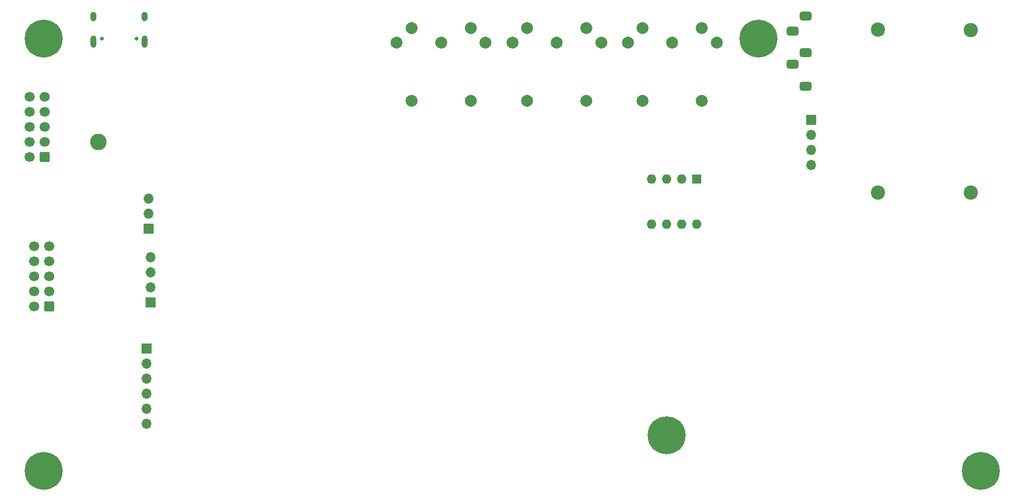
<source format=gbr>
%TF.GenerationSoftware,KiCad,Pcbnew,(6.0.0)*%
%TF.CreationDate,2023-05-12T18:21:32+02:00*%
%TF.ProjectId,main_func,6d61696e-5f66-4756-9e63-2e6b69636164,rev?*%
%TF.SameCoordinates,Original*%
%TF.FileFunction,Soldermask,Bot*%
%TF.FilePolarity,Negative*%
%FSLAX46Y46*%
G04 Gerber Fmt 4.6, Leading zero omitted, Abs format (unit mm)*
G04 Created by KiCad (PCBNEW (6.0.0)) date 2023-05-12 18:21:32*
%MOMM*%
%LPD*%
G01*
G04 APERTURE LIST*
G04 Aperture macros list*
%AMRoundRect*
0 Rectangle with rounded corners*
0 $1 Rounding radius*
0 $2 $3 $4 $5 $6 $7 $8 $9 X,Y pos of 4 corners*
0 Add a 4 corners polygon primitive as box body*
4,1,4,$2,$3,$4,$5,$6,$7,$8,$9,$2,$3,0*
0 Add four circle primitives for the rounded corners*
1,1,$1+$1,$2,$3*
1,1,$1+$1,$4,$5*
1,1,$1+$1,$6,$7*
1,1,$1+$1,$8,$9*
0 Add four rect primitives between the rounded corners*
20,1,$1+$1,$2,$3,$4,$5,0*
20,1,$1+$1,$4,$5,$6,$7,0*
20,1,$1+$1,$6,$7,$8,$9,0*
20,1,$1+$1,$8,$9,$2,$3,0*%
G04 Aperture macros list end*
%ADD10C,2.400000*%
%ADD11C,0.800000*%
%ADD12C,6.400000*%
%ADD13R,1.700000X1.700000*%
%ADD14O,1.700000X1.700000*%
%ADD15C,2.000000*%
%ADD16C,2.800000*%
%ADD17RoundRect,0.250000X0.600000X0.600000X-0.600000X0.600000X-0.600000X-0.600000X0.600000X-0.600000X0*%
%ADD18C,1.700000*%
%ADD19R,1.600000X1.600000*%
%ADD20O,1.600000X1.600000*%
%ADD21C,0.650000*%
%ADD22O,1.000000X2.100000*%
%ADD23O,1.000000X1.600000*%
%ADD24RoundRect,0.375000X-0.625000X0.375000X-0.625000X-0.375000X0.625000X-0.375000X0.625000X0.375000X0*%
G04 APERTURE END LIST*
D10*
%TO.C,C10*%
X211370000Y-48520000D03*
X211370000Y-76020000D03*
%TD*%
D11*
%TO.C,H4*%
X213000000Y-120600000D03*
X215400000Y-123000000D03*
X211302944Y-124697056D03*
X213000000Y-125400000D03*
X214697056Y-121302944D03*
X210600000Y-123000000D03*
X214697056Y-124697056D03*
X211302944Y-121302944D03*
D12*
X213000000Y-123000000D03*
%TD*%
D13*
%TO.C,J9*%
X72300000Y-102325000D03*
D14*
X72300000Y-104865000D03*
X72300000Y-107405000D03*
X72300000Y-109945000D03*
X72300000Y-112485000D03*
X72300000Y-115025000D03*
%TD*%
D10*
%TO.C,C11*%
X195680000Y-48440000D03*
X195680000Y-75940000D03*
%TD*%
D15*
%TO.C,U8*%
X129500000Y-50700000D03*
X122000000Y-50700000D03*
X114500000Y-50700000D03*
X127000000Y-48200000D03*
X117000000Y-48200000D03*
X117000000Y-60500000D03*
X127000000Y-60500000D03*
%TD*%
D11*
%TO.C,H2*%
X53302944Y-121302944D03*
X55000000Y-120600000D03*
X57400000Y-123000000D03*
X53302944Y-124697056D03*
X52600000Y-123000000D03*
X55000000Y-125400000D03*
D12*
X55000000Y-123000000D03*
D11*
X56697056Y-124697056D03*
X56697056Y-121302944D03*
%TD*%
D12*
%TO.C,H1*%
X55000000Y-50000000D03*
D11*
X53302944Y-48302944D03*
X56697056Y-51697056D03*
X53302944Y-51697056D03*
X56697056Y-48302944D03*
X55000000Y-47600000D03*
X57400000Y-50000000D03*
X52600000Y-50000000D03*
X55000000Y-52400000D03*
%TD*%
D16*
%TO.C,TP3*%
X64200000Y-67450000D03*
%TD*%
D15*
%TO.C,U10*%
X149000000Y-50700000D03*
X141500000Y-50700000D03*
X134000000Y-50700000D03*
X146500000Y-48200000D03*
X136500000Y-48200000D03*
X136500000Y-60500000D03*
X146500000Y-60500000D03*
%TD*%
D17*
%TO.C,J2*%
X55902500Y-95171000D03*
D18*
X53362500Y-95171000D03*
X55902500Y-92631000D03*
X53362500Y-92631000D03*
X55902500Y-90091000D03*
X53362500Y-90091000D03*
X55902500Y-87551000D03*
X53362500Y-87551000D03*
X55902500Y-85011000D03*
X53362500Y-85011000D03*
%TD*%
D11*
%TO.C,H5*%
X173802944Y-51697056D03*
X175500000Y-52400000D03*
X173802944Y-48302944D03*
D12*
X175500000Y-50000000D03*
D11*
X177900000Y-50000000D03*
X175500000Y-47600000D03*
X177197056Y-48302944D03*
X177197056Y-51697056D03*
X173100000Y-50000000D03*
%TD*%
D15*
%TO.C,U9*%
X168500000Y-50700000D03*
X161000000Y-50700000D03*
X153500000Y-50700000D03*
X166000000Y-48200000D03*
X156000000Y-48200000D03*
X156000000Y-60500000D03*
X166000000Y-60500000D03*
%TD*%
D19*
%TO.C,U5*%
X165120000Y-73710000D03*
D20*
X162580000Y-73710000D03*
X160040000Y-73710000D03*
X157500000Y-73710000D03*
X157500000Y-81330000D03*
X160040000Y-81330000D03*
X162580000Y-81330000D03*
X165120000Y-81330000D03*
%TD*%
D11*
%TO.C,H3*%
X157600000Y-117000000D03*
X158302944Y-115302944D03*
D12*
X160000000Y-117000000D03*
D11*
X160000000Y-119400000D03*
X161697056Y-118697056D03*
X162400000Y-117000000D03*
X158302944Y-118697056D03*
X160000000Y-114600000D03*
X161697056Y-115302944D03*
%TD*%
D21*
%TO.C,J1*%
X70590000Y-49950000D03*
X64810000Y-49950000D03*
D22*
X72020000Y-50480000D03*
D23*
X63380000Y-46300000D03*
X72020000Y-46300000D03*
D22*
X63380000Y-50480000D03*
%TD*%
D13*
%TO.C,J5*%
X73000000Y-94530000D03*
D14*
X73000000Y-91990000D03*
X73000000Y-89450000D03*
X73000000Y-86910000D03*
%TD*%
D24*
%TO.C,J4*%
X183485000Y-46200000D03*
X181285000Y-48700000D03*
X183485000Y-58000000D03*
X181285000Y-54300000D03*
X183485000Y-52400000D03*
%TD*%
D17*
%TO.C,J3*%
X55097500Y-69980000D03*
D18*
X52557500Y-69980000D03*
X55097500Y-67440000D03*
X52557500Y-67440000D03*
X55097500Y-64900000D03*
X52557500Y-64900000D03*
X55097500Y-62360000D03*
X52557500Y-62360000D03*
X55097500Y-59820000D03*
X52557500Y-59820000D03*
%TD*%
D13*
%TO.C,J6*%
X184430000Y-63690000D03*
D14*
X184430000Y-66230000D03*
X184430000Y-68770000D03*
X184430000Y-71310000D03*
%TD*%
D13*
%TO.C,SW1*%
X72675000Y-82075000D03*
D14*
X72675000Y-79535000D03*
X72675000Y-76995000D03*
%TD*%
M02*

</source>
